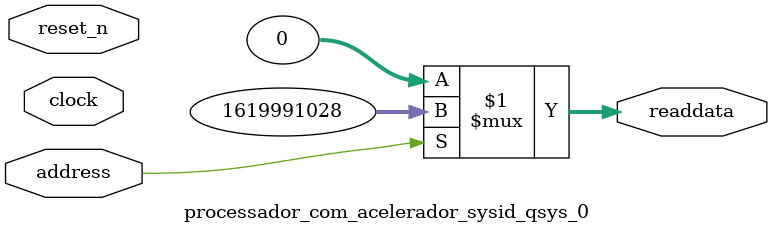
<source format=v>



// synthesis translate_off
`timescale 1ns / 1ps
// synthesis translate_on

// turn off superfluous verilog processor warnings 
// altera message_level Level1 
// altera message_off 10034 10035 10036 10037 10230 10240 10030 

module processador_com_acelerador_sysid_qsys_0 (
               // inputs:
                address,
                clock,
                reset_n,

               // outputs:
                readdata
             )
;

  output  [ 31: 0] readdata;
  input            address;
  input            clock;
  input            reset_n;

  wire    [ 31: 0] readdata;
  //control_slave, which is an e_avalon_slave
  assign readdata = address ? 1619991028 : 0;

endmodule



</source>
